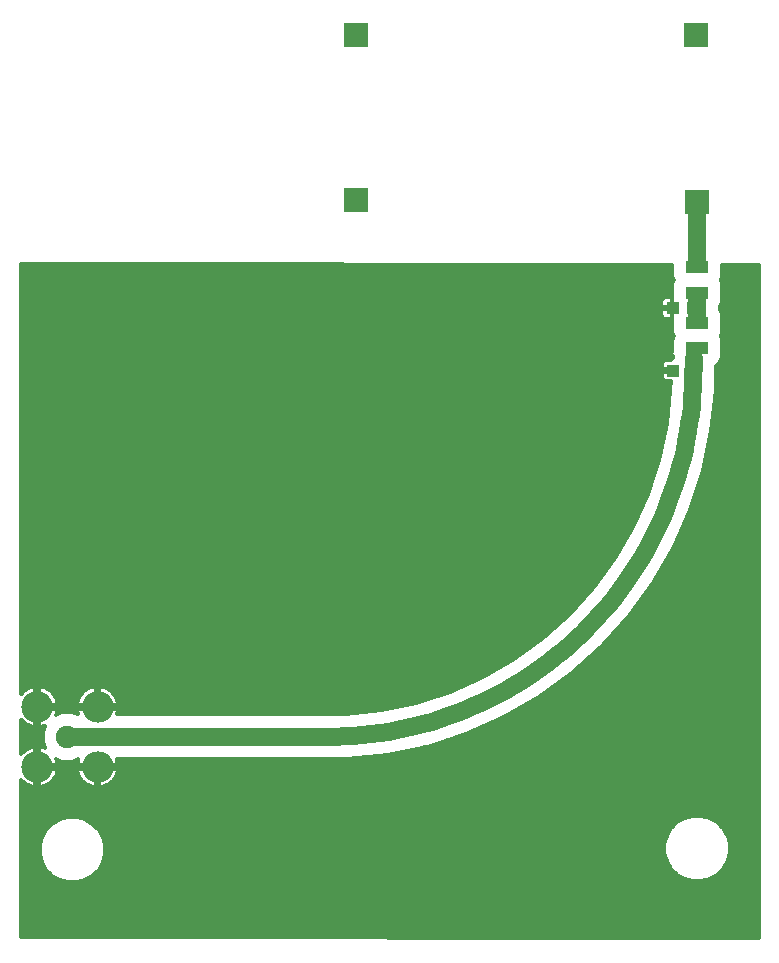
<source format=gbr>
G75*
%MOIN*%
%OFA0B0*%
%FSLAX25Y25*%
%IPPOS*%
%LPD*%
%AMOC8*
5,1,8,0,0,1.08239X$1,22.5*
%
%ADD10R,0.08268X0.08268*%
%ADD11R,0.07874X0.07874*%
%ADD12R,0.07795X0.04016*%
%ADD13C,0.07500*%
%ADD14C,0.10500*%
%ADD15R,0.04331X0.03937*%
%ADD16C,0.05906*%
%ADD17C,0.01200*%
%ADD18C,0.02781*%
D10*
X0161541Y0252850D03*
X0161541Y0307969D03*
D11*
X0274927Y0307969D03*
X0275321Y0252457D03*
D12*
X0275242Y0230543D03*
X0275242Y0222043D03*
X0275242Y0212000D03*
X0275242Y0203500D03*
D13*
X0065321Y0074031D03*
D14*
X0055282Y0063993D03*
X0055282Y0084070D03*
X0075360Y0084070D03*
X0075360Y0063993D03*
D15*
X0267250Y0196157D03*
X0273943Y0196157D03*
X0273786Y0216945D03*
X0267093Y0216945D03*
D16*
X0275242Y0214780D02*
X0275242Y0219898D01*
X0275242Y0232890D02*
X0275242Y0252378D01*
X0275244Y0252393D01*
X0275248Y0252408D01*
X0275255Y0252422D01*
X0275265Y0252434D01*
X0275277Y0252444D01*
X0275291Y0252451D01*
X0275306Y0252455D01*
X0275321Y0252457D01*
X0274061Y0200213D02*
X0274061Y0196276D01*
X0274059Y0196256D01*
X0274054Y0196236D01*
X0274045Y0196217D01*
X0274033Y0196200D01*
X0274019Y0196186D01*
X0274002Y0196174D01*
X0273983Y0196165D01*
X0273963Y0196160D01*
X0273943Y0196158D01*
X0273943Y0196157D02*
X0273907Y0193206D01*
X0273800Y0190257D01*
X0273622Y0187311D01*
X0273373Y0184370D01*
X0273053Y0181436D01*
X0272661Y0178511D01*
X0272200Y0175596D01*
X0271668Y0172693D01*
X0271066Y0169804D01*
X0270394Y0166930D01*
X0269653Y0164074D01*
X0268844Y0161236D01*
X0267966Y0158418D01*
X0267020Y0155622D01*
X0266007Y0152851D01*
X0264927Y0150104D01*
X0263781Y0147384D01*
X0262570Y0144693D01*
X0261294Y0142032D01*
X0259954Y0139402D01*
X0258551Y0136806D01*
X0257086Y0134244D01*
X0255559Y0131718D01*
X0253972Y0129230D01*
X0252325Y0126782D01*
X0250619Y0124373D01*
X0248856Y0122007D01*
X0247036Y0119684D01*
X0245160Y0117405D01*
X0243230Y0115172D01*
X0241246Y0112987D01*
X0239210Y0110851D01*
X0237123Y0108764D01*
X0234987Y0106728D01*
X0232802Y0104744D01*
X0230569Y0102814D01*
X0228290Y0100938D01*
X0225967Y0099118D01*
X0223601Y0097355D01*
X0221192Y0095649D01*
X0218744Y0094002D01*
X0216256Y0092415D01*
X0213730Y0090888D01*
X0211168Y0089423D01*
X0208572Y0088020D01*
X0205942Y0086680D01*
X0203281Y0085404D01*
X0200590Y0084193D01*
X0197870Y0083047D01*
X0195123Y0081967D01*
X0192352Y0080954D01*
X0189556Y0080008D01*
X0186738Y0079130D01*
X0183900Y0078321D01*
X0181044Y0077580D01*
X0178170Y0076908D01*
X0175281Y0076306D01*
X0172378Y0075774D01*
X0169463Y0075313D01*
X0166538Y0074921D01*
X0163604Y0074601D01*
X0160663Y0074352D01*
X0157717Y0074174D01*
X0154768Y0074067D01*
X0151817Y0074031D01*
X0065321Y0074031D01*
D17*
X0049921Y0059727D02*
X0049921Y0007298D01*
X0295957Y0006906D01*
X0295957Y0231316D01*
X0283677Y0231336D01*
X0283677Y0227633D01*
X0283122Y0226293D01*
X0283677Y0224954D01*
X0283677Y0219133D01*
X0282986Y0217465D01*
X0282732Y0217211D01*
X0282732Y0216832D01*
X0282986Y0216578D01*
X0283677Y0214910D01*
X0283677Y0209090D01*
X0283122Y0207750D01*
X0283677Y0206410D01*
X0283677Y0200590D01*
X0282986Y0198922D01*
X0281710Y0197646D01*
X0281551Y0197580D01*
X0281551Y0194762D01*
X0281433Y0194477D01*
X0281433Y0189365D01*
X0280013Y0175853D01*
X0277188Y0162564D01*
X0272990Y0149644D01*
X0267464Y0137232D01*
X0260671Y0125467D01*
X0260671Y0125467D01*
X0252686Y0114476D01*
X0252686Y0114476D01*
X0243595Y0104380D01*
X0243595Y0104380D01*
X0233499Y0095289D01*
X0233499Y0095289D01*
X0222508Y0087303D01*
X0222508Y0087303D01*
X0210742Y0080511D01*
X0210742Y0080511D01*
X0198331Y0074985D01*
X0198331Y0074985D01*
X0185410Y0070786D01*
X0185410Y0070786D01*
X0172121Y0067962D01*
X0172121Y0067962D01*
X0158610Y0066542D01*
X0150327Y0066542D01*
X0081718Y0066542D01*
X0081860Y0066199D01*
X0082093Y0065332D01*
X0082190Y0064592D01*
X0075960Y0064592D01*
X0075960Y0063393D01*
X0082190Y0063393D01*
X0082093Y0062653D01*
X0081860Y0061786D01*
X0081517Y0060956D01*
X0081068Y0060179D01*
X0080521Y0059466D01*
X0079886Y0058831D01*
X0079174Y0058285D01*
X0078396Y0057836D01*
X0077567Y0057492D01*
X0076699Y0057260D01*
X0075960Y0057162D01*
X0075960Y0063392D01*
X0074760Y0063392D01*
X0074760Y0057162D01*
X0074021Y0057260D01*
X0073153Y0057492D01*
X0072324Y0057836D01*
X0071546Y0058285D01*
X0070834Y0058831D01*
X0070199Y0059466D01*
X0069652Y0060179D01*
X0069203Y0060956D01*
X0068860Y0061786D01*
X0068627Y0062653D01*
X0068530Y0063393D01*
X0074760Y0063393D01*
X0074760Y0064592D01*
X0068530Y0064592D01*
X0068627Y0065332D01*
X0068860Y0066199D01*
X0069002Y0066542D01*
X0068894Y0066542D01*
X0066969Y0065744D01*
X0063673Y0065744D01*
X0061618Y0066595D01*
X0061782Y0066199D01*
X0062015Y0065332D01*
X0062112Y0064592D01*
X0055882Y0064592D01*
X0055882Y0063393D01*
X0062112Y0063393D01*
X0062015Y0062653D01*
X0061782Y0061786D01*
X0061439Y0060956D01*
X0060990Y0060179D01*
X0060443Y0059466D01*
X0059808Y0058831D01*
X0059096Y0058285D01*
X0058318Y0057836D01*
X0057489Y0057492D01*
X0056621Y0057260D01*
X0055882Y0057162D01*
X0055882Y0063392D01*
X0054682Y0063392D01*
X0054682Y0057162D01*
X0053943Y0057260D01*
X0053075Y0057492D01*
X0052246Y0057836D01*
X0051468Y0058285D01*
X0050756Y0058831D01*
X0050121Y0059466D01*
X0049921Y0059727D01*
X0049921Y0058529D02*
X0051150Y0058529D01*
X0049921Y0057330D02*
X0053680Y0057330D01*
X0054682Y0057330D02*
X0055882Y0057330D01*
X0056884Y0057330D02*
X0073758Y0057330D01*
X0074760Y0057330D02*
X0075960Y0057330D01*
X0076962Y0057330D02*
X0295957Y0057330D01*
X0295957Y0056132D02*
X0049921Y0056132D01*
X0049921Y0054933D02*
X0295957Y0054933D01*
X0295957Y0053734D02*
X0049921Y0053734D01*
X0049921Y0052536D02*
X0295957Y0052536D01*
X0295957Y0051337D02*
X0049921Y0051337D01*
X0049921Y0050139D02*
X0295957Y0050139D01*
X0295957Y0048940D02*
X0049921Y0048940D01*
X0049921Y0047742D02*
X0295957Y0047742D01*
X0295957Y0046543D02*
X0280211Y0046543D01*
X0279449Y0046983D02*
X0276677Y0047726D01*
X0273807Y0047726D01*
X0271035Y0046983D01*
X0268550Y0045548D01*
X0266521Y0043519D01*
X0265086Y0041034D01*
X0264343Y0038262D01*
X0264343Y0035392D01*
X0265086Y0032620D01*
X0266521Y0030134D01*
X0268550Y0028105D01*
X0271035Y0026670D01*
X0273807Y0025928D01*
X0276677Y0025928D01*
X0279449Y0026670D01*
X0281935Y0028105D01*
X0283964Y0030134D01*
X0285399Y0032620D01*
X0286141Y0035392D01*
X0286141Y0038262D01*
X0285399Y0041034D01*
X0283964Y0043519D01*
X0281935Y0045548D01*
X0279449Y0046983D01*
X0282138Y0045345D02*
X0295957Y0045345D01*
X0295957Y0044146D02*
X0283336Y0044146D01*
X0284294Y0042948D02*
X0295957Y0042948D01*
X0295957Y0041749D02*
X0284986Y0041749D01*
X0285528Y0040551D02*
X0295957Y0040551D01*
X0295957Y0039352D02*
X0285849Y0039352D01*
X0286141Y0038154D02*
X0295957Y0038154D01*
X0295957Y0036955D02*
X0286141Y0036955D01*
X0286141Y0035757D02*
X0295957Y0035757D01*
X0295957Y0034558D02*
X0285918Y0034558D01*
X0285597Y0033360D02*
X0295957Y0033360D01*
X0295957Y0032161D02*
X0285134Y0032161D01*
X0284442Y0030963D02*
X0295957Y0030963D01*
X0295957Y0029764D02*
X0283594Y0029764D01*
X0282395Y0028566D02*
X0295957Y0028566D01*
X0295957Y0027367D02*
X0280656Y0027367D01*
X0277577Y0026169D02*
X0295957Y0026169D01*
X0295957Y0024970D02*
X0049921Y0024970D01*
X0049921Y0023772D02*
X0295957Y0023772D01*
X0295957Y0022573D02*
X0049921Y0022573D01*
X0049921Y0021375D02*
X0295957Y0021375D01*
X0295957Y0020176D02*
X0049921Y0020176D01*
X0049921Y0018978D02*
X0295957Y0018978D01*
X0295957Y0017779D02*
X0049921Y0017779D01*
X0049921Y0016581D02*
X0295957Y0016581D01*
X0295957Y0015382D02*
X0049921Y0015382D01*
X0049921Y0014184D02*
X0295957Y0014184D01*
X0295957Y0012985D02*
X0049921Y0012985D01*
X0049921Y0011787D02*
X0295957Y0011787D01*
X0295957Y0010588D02*
X0049921Y0010588D01*
X0049921Y0009390D02*
X0295957Y0009390D01*
X0295957Y0008191D02*
X0049921Y0008191D01*
X0049921Y0026169D02*
X0063170Y0026169D01*
X0062768Y0026277D02*
X0065540Y0025534D01*
X0068409Y0025534D01*
X0071181Y0026277D01*
X0073667Y0027712D01*
X0075696Y0029741D01*
X0077131Y0032226D01*
X0077874Y0034998D01*
X0077874Y0037868D01*
X0077131Y0040640D01*
X0075696Y0043125D01*
X0073667Y0045155D01*
X0071181Y0046590D01*
X0068409Y0047332D01*
X0065540Y0047332D01*
X0062768Y0046590D01*
X0060282Y0045155D01*
X0058253Y0043125D01*
X0056818Y0040640D01*
X0056075Y0037868D01*
X0056075Y0034998D01*
X0056818Y0032226D01*
X0058253Y0029741D01*
X0060282Y0027712D01*
X0062768Y0026277D01*
X0060879Y0027367D02*
X0049921Y0027367D01*
X0049921Y0028566D02*
X0059428Y0028566D01*
X0058239Y0029764D02*
X0049921Y0029764D01*
X0049921Y0030963D02*
X0057547Y0030963D01*
X0056856Y0032161D02*
X0049921Y0032161D01*
X0049921Y0033360D02*
X0056514Y0033360D01*
X0056193Y0034558D02*
X0049921Y0034558D01*
X0049921Y0035757D02*
X0056075Y0035757D01*
X0056075Y0036955D02*
X0049921Y0036955D01*
X0049921Y0038154D02*
X0056152Y0038154D01*
X0056473Y0039352D02*
X0049921Y0039352D01*
X0049921Y0040551D02*
X0056794Y0040551D01*
X0057459Y0041749D02*
X0049921Y0041749D01*
X0049921Y0042948D02*
X0058151Y0042948D01*
X0059274Y0044146D02*
X0049921Y0044146D01*
X0049921Y0045345D02*
X0060612Y0045345D01*
X0062688Y0046543D02*
X0049921Y0046543D01*
X0054682Y0058529D02*
X0055882Y0058529D01*
X0055882Y0059727D02*
X0054682Y0059727D01*
X0054682Y0060926D02*
X0055882Y0060926D01*
X0055882Y0062124D02*
X0054682Y0062124D01*
X0054682Y0063323D02*
X0055882Y0063323D01*
X0055882Y0064521D02*
X0074760Y0064521D01*
X0074760Y0063323D02*
X0075960Y0063323D01*
X0075960Y0064521D02*
X0295957Y0064521D01*
X0295957Y0063323D02*
X0082181Y0063323D01*
X0081951Y0062124D02*
X0295957Y0062124D01*
X0295957Y0060926D02*
X0081499Y0060926D01*
X0080721Y0059727D02*
X0295957Y0059727D01*
X0295957Y0058529D02*
X0079492Y0058529D01*
X0075960Y0058529D02*
X0074760Y0058529D01*
X0074760Y0059727D02*
X0075960Y0059727D01*
X0075960Y0060926D02*
X0074760Y0060926D01*
X0074760Y0062124D02*
X0075960Y0062124D01*
X0071228Y0058529D02*
X0059414Y0058529D01*
X0060643Y0059727D02*
X0069999Y0059727D01*
X0069221Y0060926D02*
X0061421Y0060926D01*
X0061873Y0062124D02*
X0068769Y0062124D01*
X0068539Y0063323D02*
X0062103Y0063323D01*
X0061911Y0065720D02*
X0068731Y0065720D01*
X0057885Y0070329D02*
X0057489Y0070493D01*
X0056621Y0070725D01*
X0055882Y0070823D01*
X0055882Y0064593D01*
X0054682Y0064593D01*
X0054682Y0070823D01*
X0053943Y0070725D01*
X0053075Y0070493D01*
X0052246Y0070149D01*
X0051468Y0069700D01*
X0050756Y0069154D01*
X0050121Y0068519D01*
X0049921Y0068258D01*
X0049921Y0079805D01*
X0050121Y0079544D01*
X0050756Y0078909D01*
X0051468Y0078363D01*
X0052246Y0077914D01*
X0053075Y0077570D01*
X0053943Y0077338D01*
X0054682Y0077240D01*
X0054682Y0083470D01*
X0055882Y0083470D01*
X0055882Y0077240D01*
X0056621Y0077338D01*
X0057489Y0077570D01*
X0057885Y0077734D01*
X0057034Y0075680D01*
X0057034Y0072383D01*
X0057885Y0070329D01*
X0057808Y0070514D02*
X0057411Y0070514D01*
X0057312Y0071712D02*
X0049921Y0071712D01*
X0049921Y0070514D02*
X0053153Y0070514D01*
X0054682Y0070514D02*
X0055882Y0070514D01*
X0055882Y0069315D02*
X0054682Y0069315D01*
X0054682Y0068117D02*
X0055882Y0068117D01*
X0055882Y0066918D02*
X0054682Y0066918D01*
X0054682Y0065720D02*
X0055882Y0065720D01*
X0050966Y0069315D02*
X0049921Y0069315D01*
X0049921Y0072911D02*
X0057034Y0072911D01*
X0057034Y0074109D02*
X0049921Y0074109D01*
X0049921Y0075308D02*
X0057034Y0075308D01*
X0057376Y0076506D02*
X0049921Y0076506D01*
X0049921Y0077705D02*
X0052750Y0077705D01*
X0054682Y0077705D02*
X0055882Y0077705D01*
X0055882Y0078903D02*
X0054682Y0078903D01*
X0054682Y0080102D02*
X0055882Y0080102D01*
X0055882Y0081300D02*
X0054682Y0081300D01*
X0054682Y0082499D02*
X0055882Y0082499D01*
X0055882Y0083470D02*
X0055882Y0084670D01*
X0062112Y0084670D01*
X0062015Y0085410D01*
X0061782Y0086277D01*
X0061439Y0087107D01*
X0060990Y0087884D01*
X0060443Y0088597D01*
X0059808Y0089232D01*
X0059096Y0089778D01*
X0058318Y0090227D01*
X0057489Y0090571D01*
X0056621Y0090803D01*
X0055882Y0090901D01*
X0055882Y0084671D01*
X0054682Y0084671D01*
X0054682Y0090901D01*
X0053943Y0090803D01*
X0053075Y0090571D01*
X0052246Y0090227D01*
X0051468Y0089778D01*
X0050756Y0089232D01*
X0050121Y0088597D01*
X0049921Y0088336D01*
X0049921Y0231706D01*
X0266808Y0231363D01*
X0266808Y0227633D01*
X0267363Y0226293D01*
X0266808Y0224954D01*
X0266808Y0219133D01*
X0267083Y0218468D01*
X0267083Y0217329D01*
X0266708Y0217329D01*
X0266708Y0216561D01*
X0263327Y0216561D01*
X0263327Y0214766D01*
X0263436Y0214359D01*
X0263647Y0213994D01*
X0263945Y0213696D01*
X0264310Y0213485D01*
X0264717Y0213376D01*
X0266708Y0213376D01*
X0266708Y0216561D01*
X0267083Y0216561D01*
X0267083Y0215576D01*
X0266808Y0214910D01*
X0266808Y0209090D01*
X0267363Y0207750D01*
X0266808Y0206410D01*
X0266808Y0202273D01*
X0266571Y0201702D01*
X0266571Y0199726D01*
X0264874Y0199726D01*
X0264467Y0199617D01*
X0264102Y0199406D01*
X0263804Y0199108D01*
X0263594Y0198744D01*
X0263485Y0198337D01*
X0263485Y0196542D01*
X0266453Y0196542D01*
X0266453Y0196157D01*
X0266443Y0195773D01*
X0263485Y0195773D01*
X0263485Y0193978D01*
X0263594Y0193571D01*
X0263804Y0193207D01*
X0264102Y0192909D01*
X0264467Y0192698D01*
X0264874Y0192589D01*
X0266360Y0192589D01*
X0266296Y0190158D01*
X0265042Y0178224D01*
X0262547Y0166487D01*
X0258839Y0155076D01*
X0253959Y0144114D01*
X0247959Y0133722D01*
X0240906Y0124015D01*
X0232877Y0115097D01*
X0223960Y0107068D01*
X0214252Y0100015D01*
X0203861Y0094016D01*
X0192899Y0089135D01*
X0181487Y0085427D01*
X0169750Y0082933D01*
X0157817Y0081678D01*
X0151817Y0081521D01*
X0081718Y0081521D01*
X0081860Y0081864D01*
X0082093Y0082731D01*
X0082190Y0083470D01*
X0075960Y0083470D01*
X0075960Y0084670D01*
X0082190Y0084670D01*
X0082093Y0085410D01*
X0081860Y0086277D01*
X0081517Y0087107D01*
X0081068Y0087884D01*
X0080521Y0088597D01*
X0079886Y0089232D01*
X0079174Y0089778D01*
X0078396Y0090227D01*
X0077567Y0090571D01*
X0076699Y0090803D01*
X0075960Y0090901D01*
X0075960Y0084671D01*
X0074760Y0084671D01*
X0074760Y0090901D01*
X0074021Y0090803D01*
X0073153Y0090571D01*
X0072324Y0090227D01*
X0071546Y0089778D01*
X0070834Y0089232D01*
X0070199Y0088597D01*
X0069652Y0087884D01*
X0069203Y0087107D01*
X0068860Y0086277D01*
X0068627Y0085410D01*
X0068530Y0084670D01*
X0074760Y0084670D01*
X0074760Y0083470D01*
X0068530Y0083470D01*
X0068627Y0082731D01*
X0068860Y0081864D01*
X0069002Y0081521D01*
X0068894Y0081521D01*
X0066969Y0082318D01*
X0063673Y0082318D01*
X0061618Y0081468D01*
X0061782Y0081864D01*
X0062015Y0082731D01*
X0062112Y0083470D01*
X0055882Y0083470D01*
X0055882Y0083697D02*
X0074760Y0083697D01*
X0074760Y0084896D02*
X0075960Y0084896D01*
X0075960Y0086094D02*
X0074760Y0086094D01*
X0074760Y0087293D02*
X0075960Y0087293D01*
X0075960Y0088491D02*
X0074760Y0088491D01*
X0074760Y0089690D02*
X0075960Y0089690D01*
X0075960Y0090888D02*
X0074760Y0090888D01*
X0074667Y0090888D02*
X0055975Y0090888D01*
X0055882Y0090888D02*
X0054682Y0090888D01*
X0054589Y0090888D02*
X0049921Y0090888D01*
X0049921Y0089690D02*
X0051353Y0089690D01*
X0050040Y0088491D02*
X0049921Y0088491D01*
X0049921Y0092087D02*
X0199528Y0092087D01*
X0196836Y0090888D02*
X0076053Y0090888D01*
X0079289Y0089690D02*
X0194144Y0089690D01*
X0190917Y0088491D02*
X0080602Y0088491D01*
X0081409Y0087293D02*
X0187228Y0087293D01*
X0183540Y0086094D02*
X0081909Y0086094D01*
X0082160Y0084896D02*
X0178986Y0084896D01*
X0173348Y0083697D02*
X0075960Y0083697D01*
X0082030Y0082499D02*
X0165622Y0082499D01*
X0162191Y0066918D02*
X0295957Y0066918D01*
X0295957Y0065720D02*
X0081989Y0065720D01*
X0068689Y0082499D02*
X0061953Y0082499D01*
X0062082Y0084896D02*
X0068560Y0084896D01*
X0068811Y0086094D02*
X0061831Y0086094D01*
X0061331Y0087293D02*
X0069311Y0087293D01*
X0070118Y0088491D02*
X0060524Y0088491D01*
X0059211Y0089690D02*
X0071431Y0089690D01*
X0057873Y0077705D02*
X0057814Y0077705D01*
X0055882Y0084896D02*
X0054682Y0084896D01*
X0054682Y0086094D02*
X0055882Y0086094D01*
X0055882Y0087293D02*
X0054682Y0087293D01*
X0054682Y0088491D02*
X0055882Y0088491D01*
X0055882Y0089690D02*
X0054682Y0089690D01*
X0049921Y0093285D02*
X0202220Y0093285D01*
X0204671Y0094484D02*
X0049921Y0094484D01*
X0049921Y0095682D02*
X0206747Y0095682D01*
X0208823Y0096881D02*
X0049921Y0096881D01*
X0049921Y0098079D02*
X0210899Y0098079D01*
X0212975Y0099278D02*
X0049921Y0099278D01*
X0049921Y0100476D02*
X0214887Y0100476D01*
X0216537Y0101675D02*
X0049921Y0101675D01*
X0049921Y0102873D02*
X0218186Y0102873D01*
X0219836Y0104072D02*
X0049921Y0104072D01*
X0049921Y0105270D02*
X0221485Y0105270D01*
X0223135Y0106469D02*
X0049921Y0106469D01*
X0049921Y0107668D02*
X0224625Y0107668D01*
X0225956Y0108866D02*
X0049921Y0108866D01*
X0049921Y0110065D02*
X0227288Y0110065D01*
X0228619Y0111263D02*
X0049921Y0111263D01*
X0049921Y0112462D02*
X0229950Y0112462D01*
X0231281Y0113660D02*
X0049921Y0113660D01*
X0049921Y0114859D02*
X0232612Y0114859D01*
X0233741Y0116057D02*
X0049921Y0116057D01*
X0049921Y0117256D02*
X0234820Y0117256D01*
X0235900Y0118454D02*
X0049921Y0118454D01*
X0049921Y0119653D02*
X0236979Y0119653D01*
X0238058Y0120851D02*
X0049921Y0120851D01*
X0049921Y0122050D02*
X0239137Y0122050D01*
X0240216Y0123248D02*
X0049921Y0123248D01*
X0049921Y0124447D02*
X0241220Y0124447D01*
X0242091Y0125645D02*
X0049921Y0125645D01*
X0049921Y0126844D02*
X0242962Y0126844D01*
X0243832Y0128042D02*
X0049921Y0128042D01*
X0049921Y0129241D02*
X0244703Y0129241D01*
X0245574Y0130439D02*
X0049921Y0130439D01*
X0049921Y0131638D02*
X0246445Y0131638D01*
X0247316Y0132836D02*
X0049921Y0132836D01*
X0049921Y0134035D02*
X0248140Y0134035D01*
X0248832Y0135233D02*
X0049921Y0135233D01*
X0049921Y0136432D02*
X0249524Y0136432D01*
X0250216Y0137630D02*
X0049921Y0137630D01*
X0049921Y0138829D02*
X0250907Y0138829D01*
X0251599Y0140027D02*
X0049921Y0140027D01*
X0049921Y0141226D02*
X0252291Y0141226D01*
X0252983Y0142424D02*
X0049921Y0142424D01*
X0049921Y0143623D02*
X0253675Y0143623D01*
X0254274Y0144821D02*
X0049921Y0144821D01*
X0049921Y0146020D02*
X0254807Y0146020D01*
X0255341Y0147218D02*
X0049921Y0147218D01*
X0049921Y0148417D02*
X0255875Y0148417D01*
X0256408Y0149615D02*
X0049921Y0149615D01*
X0049921Y0150814D02*
X0256942Y0150814D01*
X0257475Y0152012D02*
X0049921Y0152012D01*
X0049921Y0153211D02*
X0258009Y0153211D01*
X0258543Y0154409D02*
X0049921Y0154409D01*
X0049921Y0155608D02*
X0259012Y0155608D01*
X0259402Y0156806D02*
X0049921Y0156806D01*
X0049921Y0158005D02*
X0259791Y0158005D01*
X0260180Y0159203D02*
X0049921Y0159203D01*
X0049921Y0160402D02*
X0260570Y0160402D01*
X0260959Y0161601D02*
X0049921Y0161601D01*
X0049921Y0162799D02*
X0261349Y0162799D01*
X0261738Y0163998D02*
X0049921Y0163998D01*
X0049921Y0165196D02*
X0262128Y0165196D01*
X0262517Y0166395D02*
X0049921Y0166395D01*
X0049921Y0167593D02*
X0262782Y0167593D01*
X0263037Y0168792D02*
X0049921Y0168792D01*
X0049921Y0169990D02*
X0263292Y0169990D01*
X0263546Y0171189D02*
X0049921Y0171189D01*
X0049921Y0172387D02*
X0263801Y0172387D01*
X0264056Y0173586D02*
X0049921Y0173586D01*
X0049921Y0174784D02*
X0264311Y0174784D01*
X0264565Y0175983D02*
X0049921Y0175983D01*
X0049921Y0177181D02*
X0264820Y0177181D01*
X0265058Y0178380D02*
X0049921Y0178380D01*
X0049921Y0179578D02*
X0265184Y0179578D01*
X0265310Y0180777D02*
X0049921Y0180777D01*
X0049921Y0181975D02*
X0265436Y0181975D01*
X0265562Y0183174D02*
X0049921Y0183174D01*
X0049921Y0184372D02*
X0265688Y0184372D01*
X0265814Y0185571D02*
X0049921Y0185571D01*
X0049921Y0186769D02*
X0265940Y0186769D01*
X0266066Y0187968D02*
X0049921Y0187968D01*
X0049921Y0189166D02*
X0266192Y0189166D01*
X0266302Y0190365D02*
X0049921Y0190365D01*
X0049921Y0191563D02*
X0266333Y0191563D01*
X0264357Y0192762D02*
X0049921Y0192762D01*
X0049921Y0193960D02*
X0263490Y0193960D01*
X0263485Y0195159D02*
X0049921Y0195159D01*
X0049921Y0196357D02*
X0266453Y0196357D01*
X0263485Y0197556D02*
X0049921Y0197556D01*
X0049921Y0198754D02*
X0263600Y0198754D01*
X0266571Y0199953D02*
X0049921Y0199953D01*
X0049921Y0201151D02*
X0266571Y0201151D01*
X0266808Y0202350D02*
X0049921Y0202350D01*
X0049921Y0203548D02*
X0266808Y0203548D01*
X0266808Y0204747D02*
X0049921Y0204747D01*
X0049921Y0205945D02*
X0266808Y0205945D01*
X0267112Y0207144D02*
X0049921Y0207144D01*
X0049921Y0208342D02*
X0267117Y0208342D01*
X0266808Y0209541D02*
X0049921Y0209541D01*
X0049921Y0210739D02*
X0266808Y0210739D01*
X0266808Y0211938D02*
X0049921Y0211938D01*
X0049921Y0213137D02*
X0266808Y0213137D01*
X0266808Y0214335D02*
X0266708Y0214335D01*
X0266708Y0215534D02*
X0267066Y0215534D01*
X0266708Y0216732D02*
X0049921Y0216732D01*
X0049921Y0215534D02*
X0263327Y0215534D01*
X0263450Y0214335D02*
X0049921Y0214335D01*
X0049921Y0217931D02*
X0263327Y0217931D01*
X0263327Y0217329D02*
X0266708Y0217329D01*
X0266708Y0220513D01*
X0264717Y0220513D01*
X0264310Y0220404D01*
X0263945Y0220194D01*
X0263647Y0219896D01*
X0263436Y0219531D01*
X0263327Y0219124D01*
X0263327Y0217329D01*
X0263329Y0219129D02*
X0049921Y0219129D01*
X0049921Y0220328D02*
X0264177Y0220328D01*
X0266708Y0220328D02*
X0266808Y0220328D01*
X0266808Y0221526D02*
X0049921Y0221526D01*
X0049921Y0222725D02*
X0266808Y0222725D01*
X0266808Y0223923D02*
X0049921Y0223923D01*
X0049921Y0225122D02*
X0266877Y0225122D01*
X0267351Y0226320D02*
X0049921Y0226320D01*
X0049921Y0227519D02*
X0266855Y0227519D01*
X0266808Y0228717D02*
X0049921Y0228717D01*
X0049921Y0229916D02*
X0266808Y0229916D01*
X0266808Y0231114D02*
X0049921Y0231114D01*
X0049921Y0078903D02*
X0050764Y0078903D01*
X0071261Y0046543D02*
X0270274Y0046543D01*
X0268347Y0045345D02*
X0073337Y0045345D01*
X0074675Y0044146D02*
X0267148Y0044146D01*
X0266191Y0042948D02*
X0075799Y0042948D01*
X0076491Y0041749D02*
X0265499Y0041749D01*
X0264956Y0040551D02*
X0077155Y0040551D01*
X0077476Y0039352D02*
X0264635Y0039352D01*
X0264343Y0038154D02*
X0077797Y0038154D01*
X0077874Y0036955D02*
X0264343Y0036955D01*
X0264343Y0035757D02*
X0077874Y0035757D01*
X0077756Y0034558D02*
X0264566Y0034558D01*
X0264888Y0033360D02*
X0077435Y0033360D01*
X0077094Y0032161D02*
X0265351Y0032161D01*
X0266043Y0030963D02*
X0076402Y0030963D01*
X0075710Y0029764D02*
X0266891Y0029764D01*
X0268089Y0028566D02*
X0074521Y0028566D01*
X0073071Y0027367D02*
X0269828Y0027367D01*
X0272907Y0026169D02*
X0070779Y0026169D01*
X0172850Y0068117D02*
X0295957Y0068117D01*
X0295957Y0069315D02*
X0178488Y0069315D01*
X0184127Y0070514D02*
X0295957Y0070514D01*
X0295957Y0071712D02*
X0188259Y0071712D01*
X0191948Y0072911D02*
X0295957Y0072911D01*
X0295957Y0074109D02*
X0195636Y0074109D01*
X0199056Y0075308D02*
X0295957Y0075308D01*
X0295957Y0076506D02*
X0201748Y0076506D01*
X0204440Y0077705D02*
X0295957Y0077705D01*
X0295957Y0078903D02*
X0207132Y0078903D01*
X0209824Y0080102D02*
X0295957Y0080102D01*
X0295957Y0081300D02*
X0212110Y0081300D01*
X0214186Y0082499D02*
X0295957Y0082499D01*
X0295957Y0083697D02*
X0216262Y0083697D01*
X0218338Y0084896D02*
X0295957Y0084896D01*
X0295957Y0086094D02*
X0220414Y0086094D01*
X0222489Y0087293D02*
X0295957Y0087293D01*
X0295957Y0088491D02*
X0224143Y0088491D01*
X0225792Y0089690D02*
X0295957Y0089690D01*
X0295957Y0090888D02*
X0227442Y0090888D01*
X0229092Y0092087D02*
X0295957Y0092087D01*
X0295957Y0093285D02*
X0230741Y0093285D01*
X0232391Y0094484D02*
X0295957Y0094484D01*
X0295957Y0095682D02*
X0233936Y0095682D01*
X0235267Y0096881D02*
X0295957Y0096881D01*
X0295957Y0098079D02*
X0236598Y0098079D01*
X0237929Y0099278D02*
X0295957Y0099278D01*
X0295957Y0100476D02*
X0239260Y0100476D01*
X0240591Y0101675D02*
X0295957Y0101675D01*
X0295957Y0102873D02*
X0241922Y0102873D01*
X0243253Y0104072D02*
X0295957Y0104072D01*
X0295957Y0105270D02*
X0244397Y0105270D01*
X0245476Y0106469D02*
X0295957Y0106469D01*
X0295957Y0107668D02*
X0246556Y0107668D01*
X0247635Y0108866D02*
X0295957Y0108866D01*
X0295957Y0110065D02*
X0248714Y0110065D01*
X0249793Y0111263D02*
X0295957Y0111263D01*
X0295957Y0112462D02*
X0250872Y0112462D01*
X0251951Y0113660D02*
X0295957Y0113660D01*
X0295957Y0114859D02*
X0252964Y0114859D01*
X0253835Y0116057D02*
X0295957Y0116057D01*
X0295957Y0117256D02*
X0254705Y0117256D01*
X0255576Y0118454D02*
X0295957Y0118454D01*
X0295957Y0119653D02*
X0256447Y0119653D01*
X0257318Y0120851D02*
X0295957Y0120851D01*
X0295957Y0122050D02*
X0258188Y0122050D01*
X0259059Y0123248D02*
X0295957Y0123248D01*
X0295957Y0124447D02*
X0259930Y0124447D01*
X0260774Y0125645D02*
X0295957Y0125645D01*
X0295957Y0126844D02*
X0261466Y0126844D01*
X0262158Y0128042D02*
X0295957Y0128042D01*
X0295957Y0129241D02*
X0262850Y0129241D01*
X0263542Y0130439D02*
X0295957Y0130439D01*
X0295957Y0131638D02*
X0264234Y0131638D01*
X0264926Y0132836D02*
X0295957Y0132836D01*
X0295957Y0134035D02*
X0265618Y0134035D01*
X0266310Y0135233D02*
X0295957Y0135233D01*
X0295957Y0136432D02*
X0267002Y0136432D01*
X0267641Y0137630D02*
X0295957Y0137630D01*
X0295957Y0138829D02*
X0268175Y0138829D01*
X0268708Y0140027D02*
X0295957Y0140027D01*
X0295957Y0141226D02*
X0269242Y0141226D01*
X0269776Y0142424D02*
X0295957Y0142424D01*
X0295957Y0143623D02*
X0270309Y0143623D01*
X0270843Y0144821D02*
X0295957Y0144821D01*
X0295957Y0146020D02*
X0271376Y0146020D01*
X0271910Y0147218D02*
X0295957Y0147218D01*
X0295957Y0148417D02*
X0272444Y0148417D01*
X0272977Y0149615D02*
X0295957Y0149615D01*
X0295957Y0150814D02*
X0273370Y0150814D01*
X0273760Y0152012D02*
X0295957Y0152012D01*
X0295957Y0153211D02*
X0274149Y0153211D01*
X0274538Y0154409D02*
X0295957Y0154409D01*
X0295957Y0155608D02*
X0274928Y0155608D01*
X0275317Y0156806D02*
X0295957Y0156806D01*
X0295957Y0158005D02*
X0275707Y0158005D01*
X0276096Y0159203D02*
X0295957Y0159203D01*
X0295957Y0160402D02*
X0276485Y0160402D01*
X0276875Y0161601D02*
X0295957Y0161601D01*
X0295957Y0162799D02*
X0277238Y0162799D01*
X0277493Y0163998D02*
X0295957Y0163998D01*
X0295957Y0165196D02*
X0277747Y0165196D01*
X0278002Y0166395D02*
X0295957Y0166395D01*
X0295957Y0167593D02*
X0278257Y0167593D01*
X0278512Y0168792D02*
X0295957Y0168792D01*
X0295957Y0169990D02*
X0278766Y0169990D01*
X0279021Y0171189D02*
X0295957Y0171189D01*
X0295957Y0172387D02*
X0279276Y0172387D01*
X0279531Y0173586D02*
X0295957Y0173586D01*
X0295957Y0174784D02*
X0279785Y0174784D01*
X0280026Y0175983D02*
X0295957Y0175983D01*
X0295957Y0177181D02*
X0280152Y0177181D01*
X0280278Y0178380D02*
X0295957Y0178380D01*
X0295957Y0179578D02*
X0280404Y0179578D01*
X0280530Y0180777D02*
X0295957Y0180777D01*
X0295957Y0181975D02*
X0280656Y0181975D01*
X0280782Y0183174D02*
X0295957Y0183174D01*
X0295957Y0184372D02*
X0280908Y0184372D01*
X0281034Y0185571D02*
X0295957Y0185571D01*
X0295957Y0186769D02*
X0281160Y0186769D01*
X0281286Y0187968D02*
X0295957Y0187968D01*
X0295957Y0189166D02*
X0281412Y0189166D01*
X0281433Y0190365D02*
X0295957Y0190365D01*
X0295957Y0191563D02*
X0281433Y0191563D01*
X0281433Y0192762D02*
X0295957Y0192762D01*
X0295957Y0193960D02*
X0281433Y0193960D01*
X0281551Y0195159D02*
X0295957Y0195159D01*
X0295957Y0196357D02*
X0281551Y0196357D01*
X0281551Y0197556D02*
X0295957Y0197556D01*
X0295957Y0198754D02*
X0282818Y0198754D01*
X0283413Y0199953D02*
X0295957Y0199953D01*
X0295957Y0201151D02*
X0283677Y0201151D01*
X0283677Y0202350D02*
X0295957Y0202350D01*
X0295957Y0203548D02*
X0283677Y0203548D01*
X0283677Y0204747D02*
X0295957Y0204747D01*
X0295957Y0205945D02*
X0283677Y0205945D01*
X0283373Y0207144D02*
X0295957Y0207144D01*
X0295957Y0208342D02*
X0283367Y0208342D01*
X0283677Y0209541D02*
X0295957Y0209541D01*
X0295957Y0210739D02*
X0283677Y0210739D01*
X0283677Y0211938D02*
X0295957Y0211938D01*
X0295957Y0213137D02*
X0283677Y0213137D01*
X0283677Y0214335D02*
X0295957Y0214335D01*
X0295957Y0215534D02*
X0283419Y0215534D01*
X0282832Y0216732D02*
X0295957Y0216732D01*
X0295957Y0217931D02*
X0283179Y0217931D01*
X0283675Y0219129D02*
X0295957Y0219129D01*
X0295957Y0220328D02*
X0283677Y0220328D01*
X0283677Y0221526D02*
X0295957Y0221526D01*
X0295957Y0222725D02*
X0283677Y0222725D01*
X0283677Y0223923D02*
X0295957Y0223923D01*
X0295957Y0225122D02*
X0283607Y0225122D01*
X0283133Y0226320D02*
X0295957Y0226320D01*
X0295957Y0227519D02*
X0283630Y0227519D01*
X0283677Y0228717D02*
X0295957Y0228717D01*
X0295957Y0229916D02*
X0283677Y0229916D01*
X0283677Y0231114D02*
X0295957Y0231114D01*
X0275242Y0222043D02*
X0275242Y0219898D01*
X0275242Y0214780D02*
X0275242Y0212000D01*
X0275242Y0203500D02*
X0275242Y0201394D01*
X0275240Y0201328D01*
X0275235Y0201262D01*
X0275225Y0201196D01*
X0275212Y0201131D01*
X0275196Y0201067D01*
X0275176Y0201004D01*
X0275152Y0200942D01*
X0275125Y0200882D01*
X0275095Y0200823D01*
X0275061Y0200766D01*
X0275024Y0200711D01*
X0274984Y0200658D01*
X0274942Y0200607D01*
X0274896Y0200559D01*
X0274848Y0200513D01*
X0274797Y0200471D01*
X0274744Y0200431D01*
X0274689Y0200394D01*
X0274632Y0200360D01*
X0274573Y0200330D01*
X0274513Y0200303D01*
X0274451Y0200279D01*
X0274388Y0200259D01*
X0274324Y0200243D01*
X0274259Y0200230D01*
X0274193Y0200220D01*
X0274127Y0200215D01*
X0274061Y0200213D01*
X0267083Y0217931D02*
X0266708Y0217931D01*
X0266708Y0219129D02*
X0266809Y0219129D01*
X0241440Y0006993D02*
X0295957Y0006993D01*
D18*
X0294534Y0009268D03*
X0286660Y0009268D03*
X0294534Y0025016D03*
X0294534Y0040764D03*
X0294534Y0056512D03*
X0294534Y0072260D03*
X0294534Y0088008D03*
X0294534Y0103756D03*
X0294534Y0119504D03*
X0294534Y0135252D03*
X0294534Y0151000D03*
X0294534Y0166748D03*
X0281148Y0177378D03*
X0281935Y0186039D03*
X0282723Y0193126D03*
X0282723Y0197063D03*
X0284297Y0202575D03*
X0284297Y0207299D03*
X0284297Y0212417D03*
X0284691Y0218717D03*
X0284691Y0225016D03*
X0284691Y0229346D03*
X0294534Y0229740D03*
X0294534Y0213992D03*
X0294534Y0198244D03*
X0294534Y0182496D03*
X0278786Y0167142D03*
X0276423Y0156512D03*
X0272880Y0146669D03*
X0268943Y0138402D03*
X0264219Y0129740D03*
X0259101Y0121472D03*
X0253982Y0114386D03*
X0247683Y0107693D03*
X0241384Y0101394D03*
X0234691Y0095094D03*
X0227998Y0090370D03*
X0220518Y0085252D03*
X0212644Y0080528D03*
X0204770Y0076984D03*
X0196502Y0073441D03*
X0188234Y0070685D03*
X0179573Y0068717D03*
X0170518Y0066748D03*
X0162250Y0065961D03*
X0153982Y0065567D03*
X0144927Y0065567D03*
X0135872Y0065567D03*
X0126817Y0065567D03*
X0117762Y0065567D03*
X0109494Y0065567D03*
X0100833Y0065567D03*
X0092171Y0065567D03*
X0083510Y0065567D03*
X0083510Y0082496D03*
X0091778Y0082496D03*
X0100439Y0082496D03*
X0109101Y0082496D03*
X0117762Y0082496D03*
X0126817Y0082496D03*
X0135872Y0082496D03*
X0144927Y0082496D03*
X0153982Y0082496D03*
X0162644Y0082890D03*
X0171699Y0084465D03*
X0181541Y0086827D03*
X0190597Y0089583D03*
X0199258Y0093520D03*
X0207526Y0097457D03*
X0215793Y0102575D03*
X0223667Y0108480D03*
X0230360Y0114386D03*
X0236266Y0120685D03*
X0241778Y0126984D03*
X0246896Y0134071D03*
X0251227Y0141551D03*
X0255557Y0150213D03*
X0258707Y0158480D03*
X0261463Y0166748D03*
X0263038Y0174622D03*
X0264612Y0183283D03*
X0265400Y0191551D03*
X0266581Y0200606D03*
X0266581Y0206906D03*
X0266187Y0212417D03*
X0265793Y0221866D03*
X0265793Y0227378D03*
X0255164Y0229740D03*
X0239416Y0229740D03*
X0223667Y0229740D03*
X0207919Y0229740D03*
X0192171Y0229740D03*
X0176423Y0229740D03*
X0160675Y0229740D03*
X0144927Y0229740D03*
X0129179Y0229740D03*
X0113431Y0229740D03*
X0097683Y0229740D03*
X0081935Y0229740D03*
X0066187Y0229740D03*
X0050439Y0229740D03*
X0050439Y0213992D03*
X0050439Y0198244D03*
X0050439Y0182496D03*
X0050439Y0166748D03*
X0050439Y0151000D03*
X0050439Y0135252D03*
X0050439Y0119504D03*
X0050439Y0103756D03*
X0085872Y0111630D03*
X0085872Y0151000D03*
X0085872Y0190370D03*
X0125242Y0190370D03*
X0125242Y0151000D03*
X0125242Y0111630D03*
X0164612Y0111630D03*
X0164612Y0151000D03*
X0164612Y0190370D03*
X0203982Y0190370D03*
X0203982Y0151000D03*
X0203982Y0111630D03*
X0243353Y0151000D03*
X0243353Y0190370D03*
X0243353Y0072260D03*
X0243353Y0032890D03*
X0239416Y0009268D03*
X0255164Y0009268D03*
X0270912Y0009268D03*
X0223667Y0009268D03*
X0207919Y0009268D03*
X0192171Y0009268D03*
X0176423Y0009268D03*
X0160675Y0009268D03*
X0144927Y0009268D03*
X0129179Y0009268D03*
X0113431Y0009268D03*
X0097683Y0009268D03*
X0081935Y0009268D03*
X0066187Y0009268D03*
X0050439Y0009268D03*
X0050439Y0025016D03*
X0050439Y0040764D03*
X0050439Y0056512D03*
X0085872Y0032890D03*
X0125242Y0032890D03*
X0164612Y0032890D03*
X0203982Y0032890D03*
M02*

</source>
